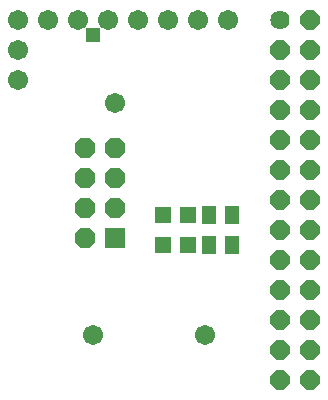
<source format=gts>
G75*
%MOIN*%
%OFA0B0*%
%FSLAX24Y24*%
%IPPOS*%
%LPD*%
%AMOC8*
5,1,8,0,0,1.08239X$1,22.5*
%
%ADD10R,0.0552X0.0552*%
%ADD11R,0.0680X0.0680*%
%ADD12OC8,0.0680*%
%ADD13R,0.0513X0.0631*%
%ADD14C,0.0640*%
%ADD15OC8,0.0640*%
%ADD16C,0.0671*%
%ADD17R,0.0476X0.0476*%
D10*
X006267Y006180D03*
X006267Y007180D03*
X007093Y007180D03*
X007093Y006180D03*
D11*
X004680Y006430D03*
D12*
X004680Y007430D03*
X004680Y008430D03*
X004680Y009430D03*
X003680Y009430D03*
X003680Y008430D03*
X003680Y007430D03*
X003680Y006430D03*
D13*
X007786Y006180D03*
X008574Y006180D03*
X008574Y007180D03*
X007786Y007180D03*
D14*
X010180Y013680D03*
D15*
X010180Y012680D03*
X010180Y011680D03*
X010180Y010680D03*
X010180Y009680D03*
X010180Y008680D03*
X010180Y007680D03*
X010180Y006680D03*
X010180Y005680D03*
X010180Y004680D03*
X010180Y003680D03*
X010180Y002680D03*
X010180Y001680D03*
X011180Y001680D03*
X011180Y002680D03*
X011180Y003680D03*
X011180Y004680D03*
X011180Y005680D03*
X011180Y006680D03*
X011180Y007680D03*
X011180Y008680D03*
X011180Y009680D03*
X011180Y010680D03*
X011180Y011680D03*
X011180Y012680D03*
X011180Y013680D03*
D16*
X003930Y003180D03*
X007680Y003180D03*
X004680Y010930D03*
X004430Y013680D03*
X003430Y013680D03*
X002430Y013680D03*
X001430Y013680D03*
X001430Y012680D03*
X001430Y011680D03*
X005430Y013680D03*
X006430Y013680D03*
X007430Y013680D03*
X008430Y013680D03*
D17*
X003930Y013180D03*
M02*

</source>
